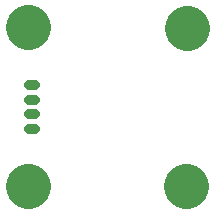
<source format=gbs>
G04 ( created by brdgerber.py ( brdgerber.py v0.1 2014-03-12 ) ) date 2020-09-23 13:36:37 EDT*
G04 Gerber Fmt 3.4, Leading zero omitted, Abs format*
%MOIN*%
%FSLAX34Y34*%
G01*
G70*
G90*
G04 APERTURE LIST*
%ADD13C,0.1500*%
%ADD12C,0.0320*%
%ADD10R,0.0236X0.0866*%
%ADD11R,0.0629X0.0709*%
G04 APERTURE END LIST*
G54D13*
D12*
G01X-33210Y12062D02*
G01X-33390Y12062D01*
D12*
G01X-33210Y12554D02*
G01X-33390Y12554D01*
D12*
G01X-33210Y13046D02*
G01X-33390Y13046D01*
D12*
G01X-33210Y13538D02*
G01X-33390Y13538D01*
D13*
G01X-33440Y15449D02*
G01X-33440Y15449D01*
D13*
G01X-33449Y10160D02*
G01X-33449Y10160D01*
D13*
G01X-28160Y10151D02*
G01X-28160Y10151D01*
D13*
G01X-28151Y15440D02*
G01X-28151Y15440D01*
M02*

</source>
